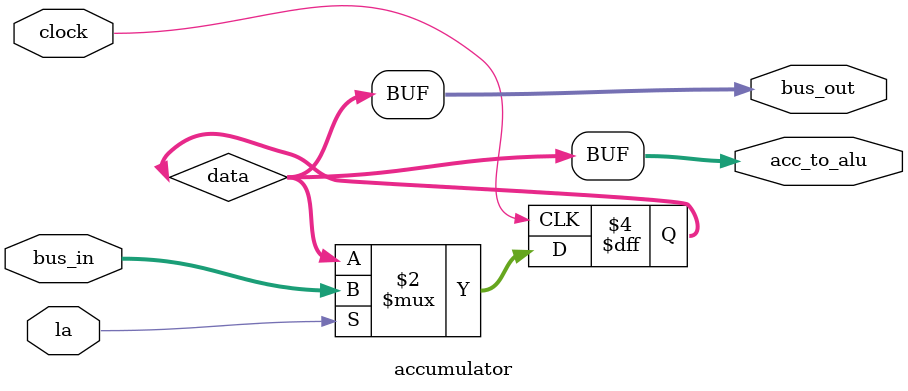
<source format=v>
module accumulator (
	input clock,
	input la,
	input [7:0] bus_in,
	output [7:0] bus_out,
	output [7:0] acc_to_alu
);

	reg [7:0] data;

	always @(posedge clock) begin
		if(la) data <= bus_in;
	end

	assign bus_out = data;
	assign acc_to_alu = data;

endmodule 
</source>
